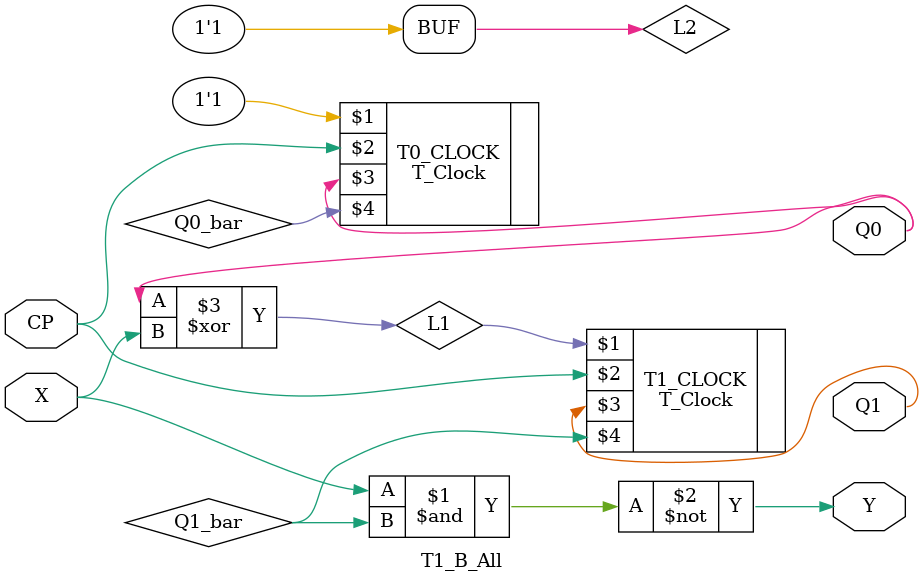
<source format=v>
`timescale 1ns / 1ps


module T1_B_All(X,CP,Y,Q0,Q1);
    input X;
    input CP;
    output Y;
    output Q0;
    output Q1;
    wire Q0_bar;
    wire Q1_bar;
    wire L1;  
    wire L2;
    assign Y = ~(X & Q1_bar);
    assign L2 = 1;
    T_Clock T0_CLOCK(L2,CP,Q0,Q0_bar);
    assign L1 = (Q0 ^ X);
    T_Clock T1_CLOCK(L1,CP,Q1,Q1_bar);
    
endmodule

</source>
